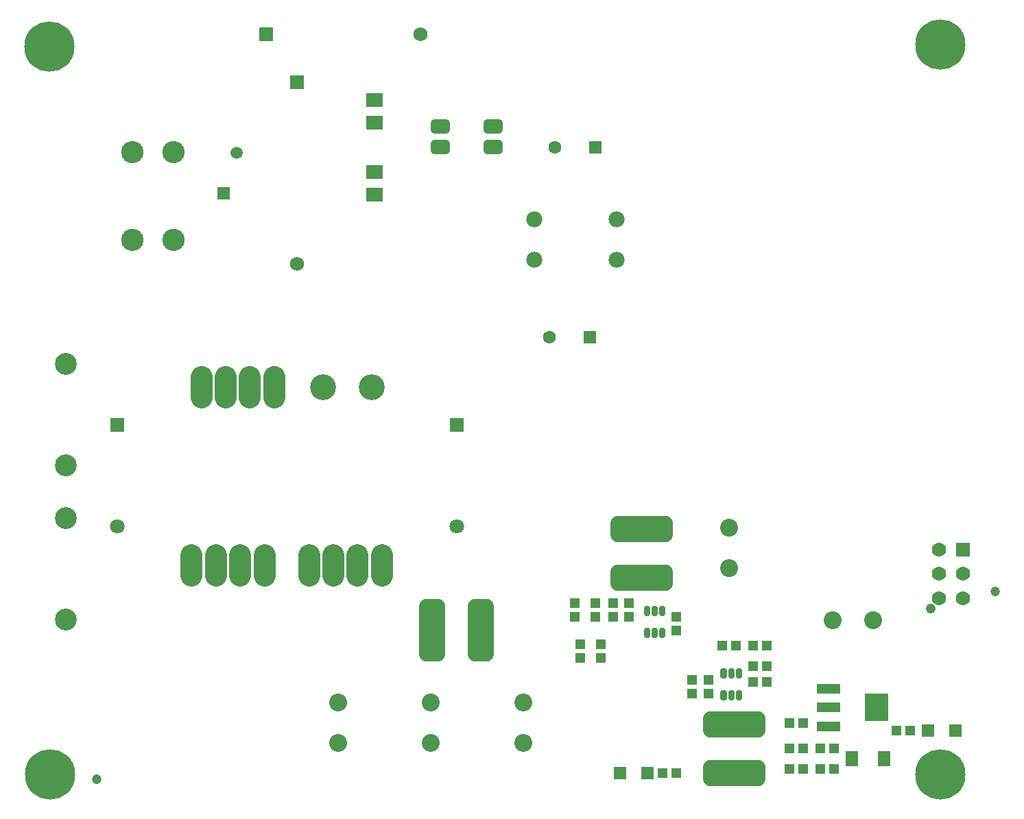
<source format=gbr>
G04 EAGLE Gerber RS-274X export*
G75*
%MOMM*%
%FSLAX34Y34*%
%LPD*%
%INSoldermask Top*%
%IPPOS*%
%AMOC8*
5,1,8,0,0,1.08239X$1,22.5*%
G01*
%ADD10R,1.753200X1.753200*%
%ADD11C,1.753200*%
%ADD12R,1.603200X1.603200*%
%ADD13C,1.603200*%
%ADD14C,2.203200*%
%ADD15R,1.203200X1.303200*%
%ADD16R,1.303200X1.203200*%
%ADD17C,0.981791*%
%ADD18R,1.603200X1.843200*%
%ADD19C,1.203200*%
%ADD20R,2.903200X3.503200*%
%ADD21R,2.903200X1.203200*%
%ADD22C,1.965200*%
%ADD23C,6.203200*%
%ADD24R,2.006200X1.803200*%
%ADD25C,2.703200*%
%ADD26C,3.203200*%
%ADD27C,2.743200*%
%ADD28C,1.223200*%
%ADD29R,1.773200X1.773200*%
%ADD30C,1.773200*%
%ADD31R,1.503200X1.503200*%
%ADD32C,1.503200*%
%ADD33C,1.697694*%
%ADD34R,1.703200X1.703200*%
%ADD35C,1.803200*%
%ADD36C,2.703200*%
%ADD37C,0.506016*%


D10*
X355600Y906250D03*
D11*
X355600Y681250D03*
D12*
X723500Y825500D03*
D13*
X673500Y825500D03*
D12*
X717150Y590550D03*
D13*
X667150Y590550D03*
D14*
X406400Y89300D03*
X406400Y139300D03*
X520700Y89300D03*
X520700Y139300D03*
X635000Y89300D03*
X635000Y139300D03*
D15*
X746150Y245600D03*
X746150Y262600D03*
X765200Y245600D03*
X765200Y262600D03*
X823300Y228500D03*
X823300Y245500D03*
X843280Y167250D03*
X843280Y150250D03*
D16*
X963050Y82550D03*
X980050Y82550D03*
X963050Y114300D03*
X980050Y114300D03*
X963050Y57150D03*
X980050Y57150D03*
X1018150Y57150D03*
X1001150Y57150D03*
X1001150Y82550D03*
X1018150Y82550D03*
D14*
X1016400Y241300D03*
X1066400Y241300D03*
X889000Y305200D03*
X889000Y355200D03*
D15*
X863600Y150250D03*
X863600Y167250D03*
D17*
X604257Y829357D02*
X591043Y829357D01*
X604257Y829357D02*
X604257Y821643D01*
X591043Y821643D01*
X591043Y829357D01*
X591043Y854757D02*
X604257Y854757D01*
X604257Y847043D01*
X591043Y847043D01*
X591043Y854757D01*
X539257Y854757D02*
X526043Y854757D01*
X539257Y854757D02*
X539257Y847043D01*
X526043Y847043D01*
X526043Y854757D01*
X526043Y829357D02*
X539257Y829357D01*
X539257Y821643D01*
X526043Y821643D01*
X526043Y829357D01*
D18*
X1040300Y69850D03*
X1080600Y69850D03*
D19*
X1217250Y276850D03*
D20*
X1070900Y133350D03*
D21*
X1011900Y110350D03*
X1011900Y133350D03*
X1011900Y156350D03*
D22*
X648450Y736200D03*
X648200Y686200D03*
X750050Y736200D03*
X749800Y686200D03*
D23*
X50800Y50800D03*
X50000Y950000D03*
X1149350Y952500D03*
X1149350Y50800D03*
D10*
X317200Y965200D03*
D11*
X508300Y965200D03*
D24*
X450850Y884170D03*
X450850Y855730D03*
X450850Y795270D03*
X450850Y766830D03*
D16*
X730250Y211700D03*
X730250Y194700D03*
X704850Y194700D03*
X704850Y211700D03*
D15*
X897500Y209550D03*
X880500Y209550D03*
X935600Y209550D03*
X918600Y209550D03*
X935600Y165100D03*
X918600Y165100D03*
X918600Y184150D03*
X935600Y184150D03*
D16*
X723900Y262500D03*
X723900Y245500D03*
X698500Y262500D03*
X698500Y245500D03*
D25*
X225400Y296600D02*
X225400Y321600D01*
X255400Y321600D02*
X255400Y296600D01*
X285400Y296600D02*
X285400Y321600D01*
X370400Y321600D02*
X370400Y296600D01*
X315400Y296600D02*
X315400Y321600D01*
X400400Y321600D02*
X400400Y296600D01*
X460400Y296600D02*
X460400Y321600D01*
X267400Y516600D02*
X267400Y541600D01*
X297400Y541600D02*
X297400Y516600D01*
X327400Y516600D02*
X327400Y541600D01*
X237400Y541600D02*
X237400Y516600D01*
D26*
X387400Y529100D03*
D25*
X430400Y321600D02*
X430400Y296600D01*
D26*
X447400Y529100D03*
D27*
X203200Y819150D03*
X152400Y819150D03*
X203200Y711200D03*
X152400Y711200D03*
D28*
X1137900Y255650D03*
D29*
X1177700Y328450D03*
D30*
X1177700Y298450D03*
X1177700Y268450D03*
X1147700Y328450D03*
X1147700Y298450D03*
X1147700Y268450D03*
D31*
X265050Y768750D03*
D32*
X281050Y818750D03*
D33*
X514922Y198572D02*
X529978Y198572D01*
X514922Y198572D02*
X514922Y258628D01*
X529978Y258628D01*
X529978Y198572D01*
X529978Y214700D02*
X514922Y214700D01*
X514922Y230828D02*
X529978Y230828D01*
X529978Y246956D02*
X514922Y246956D01*
X574922Y198572D02*
X589978Y198572D01*
X574922Y198572D02*
X574922Y258628D01*
X589978Y258628D01*
X589978Y198572D01*
X589978Y214700D02*
X574922Y214700D01*
X574922Y230828D02*
X589978Y230828D01*
X589978Y246956D02*
X574922Y246956D01*
X811078Y286322D02*
X811078Y301378D01*
X811078Y286322D02*
X751022Y286322D01*
X751022Y301378D01*
X811078Y301378D01*
X811078Y346322D02*
X811078Y361378D01*
X811078Y346322D02*
X751022Y346322D01*
X751022Y361378D01*
X811078Y361378D01*
X865322Y120078D02*
X865322Y105022D01*
X865322Y120078D02*
X925378Y120078D01*
X925378Y105022D01*
X865322Y105022D01*
X865322Y60078D02*
X865322Y45022D01*
X865322Y60078D02*
X925378Y60078D01*
X925378Y45022D01*
X865322Y45022D01*
D34*
X133350Y482600D03*
D35*
X133350Y357600D03*
D34*
X552450Y482600D03*
D35*
X552450Y357600D03*
D36*
X69850Y557800D03*
X69850Y432800D03*
X69850Y367300D03*
X69850Y242300D03*
D19*
X107950Y44450D03*
D31*
X754000Y52000D03*
X788000Y52000D03*
X1168000Y105000D03*
X1134000Y105000D03*
D15*
X823500Y52000D03*
X806500Y52000D03*
X1095500Y105000D03*
X1112500Y105000D03*
D37*
X807986Y229486D02*
X805014Y229486D01*
X807986Y229486D02*
X807986Y221514D01*
X805014Y221514D01*
X805014Y229486D01*
X805014Y226321D02*
X807986Y226321D01*
X788986Y229486D02*
X786014Y229486D01*
X788986Y229486D02*
X788986Y221514D01*
X786014Y221514D01*
X786014Y229486D01*
X786014Y226321D02*
X788986Y226321D01*
X788986Y256486D02*
X786014Y256486D01*
X788986Y256486D02*
X788986Y248514D01*
X786014Y248514D01*
X786014Y256486D01*
X786014Y253321D02*
X788986Y253321D01*
X795514Y256486D02*
X798486Y256486D01*
X798486Y248514D01*
X795514Y248514D01*
X795514Y256486D01*
X795514Y253321D02*
X798486Y253321D01*
X805014Y256486D02*
X807986Y256486D01*
X807986Y248514D01*
X805014Y248514D01*
X805014Y256486D01*
X805014Y253321D02*
X807986Y253321D01*
X798486Y229486D02*
X795514Y229486D01*
X798486Y229486D02*
X798486Y221514D01*
X795514Y221514D01*
X795514Y229486D01*
X795514Y226321D02*
X798486Y226321D01*
X880664Y171604D02*
X883636Y171604D01*
X880664Y171604D02*
X880664Y179576D01*
X883636Y179576D01*
X883636Y171604D01*
X883636Y176411D02*
X880664Y176411D01*
X899664Y171604D02*
X902636Y171604D01*
X899664Y171604D02*
X899664Y179576D01*
X902636Y179576D01*
X902636Y171604D01*
X902636Y176411D02*
X899664Y176411D01*
X899664Y144604D02*
X902636Y144604D01*
X899664Y144604D02*
X899664Y152576D01*
X902636Y152576D01*
X902636Y144604D01*
X902636Y149411D02*
X899664Y149411D01*
X893136Y144604D02*
X890164Y144604D01*
X890164Y152576D01*
X893136Y152576D01*
X893136Y144604D01*
X893136Y149411D02*
X890164Y149411D01*
X883636Y144604D02*
X880664Y144604D01*
X880664Y152576D01*
X883636Y152576D01*
X883636Y144604D01*
X883636Y149411D02*
X880664Y149411D01*
X890164Y171604D02*
X893136Y171604D01*
X890164Y171604D02*
X890164Y179576D01*
X893136Y179576D01*
X893136Y171604D01*
X893136Y176411D02*
X890164Y176411D01*
M02*

</source>
